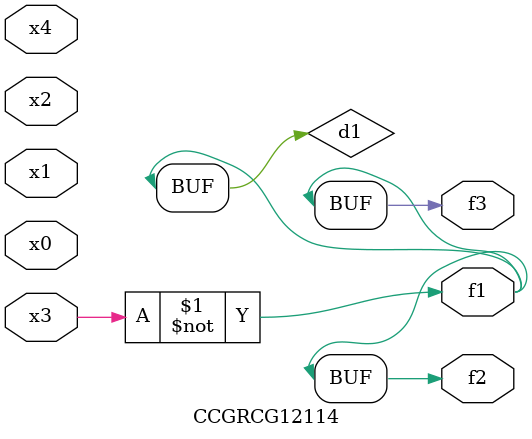
<source format=v>
module CCGRCG12114(
	input x0, x1, x2, x3, x4,
	output f1, f2, f3
);

	wire d1, d2;

	xnor (d1, x3);
	not (d2, x1);
	assign f1 = d1;
	assign f2 = d1;
	assign f3 = d1;
endmodule

</source>
